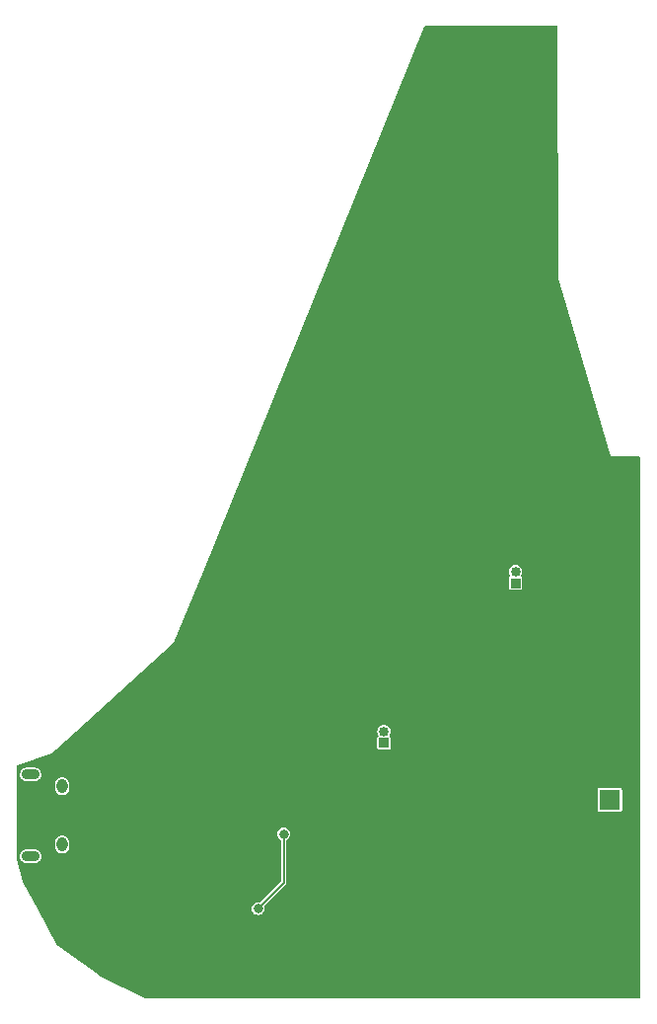
<source format=gbr>
%TF.GenerationSoftware,KiCad,Pcbnew,(6.0.8)*%
%TF.CreationDate,2022-12-11T00:01:36-05:00*%
%TF.ProjectId,Christmas Ornament 2022,43687269-7374-46d6-9173-204f726e616d,rev?*%
%TF.SameCoordinates,Original*%
%TF.FileFunction,Copper,L2,Bot*%
%TF.FilePolarity,Positive*%
%FSLAX46Y46*%
G04 Gerber Fmt 4.6, Leading zero omitted, Abs format (unit mm)*
G04 Created by KiCad (PCBNEW (6.0.8)) date 2022-12-11 00:01:36*
%MOMM*%
%LPD*%
G01*
G04 APERTURE LIST*
%TA.AperFunction,ComponentPad*%
%ADD10R,0.850000X0.850000*%
%TD*%
%TA.AperFunction,ComponentPad*%
%ADD11O,0.850000X0.850000*%
%TD*%
%TA.AperFunction,ComponentPad*%
%ADD12O,1.700000X1.700000*%
%TD*%
%TA.AperFunction,ComponentPad*%
%ADD13R,1.700000X1.700000*%
%TD*%
%TA.AperFunction,ComponentPad*%
%ADD14O,1.550000X0.890000*%
%TD*%
%TA.AperFunction,ComponentPad*%
%ADD15O,0.950000X1.250000*%
%TD*%
%TA.AperFunction,ViaPad*%
%ADD16C,0.800000*%
%TD*%
%TA.AperFunction,Conductor*%
%ADD17C,0.200000*%
%TD*%
G04 APERTURE END LIST*
D10*
%TO.P,J4,1,Pin_1*%
%TO.N,/DBG_SWCLK*%
X166300000Y-114900000D03*
D11*
%TO.P,J4,2,Pin_2*%
%TO.N,/DBG_SWD*%
X166300000Y-113900000D03*
%TO.P,J4,3,Pin_3*%
%TO.N,GND*%
X166300000Y-112900000D03*
%TD*%
D10*
%TO.P,J2,1,Pin_1*%
%TO.N,UART0_TX*%
X155000000Y-128600000D03*
D11*
%TO.P,J2,2,Pin_2*%
%TO.N,UART0_RX*%
X155000000Y-127600000D03*
%TO.P,J2,3,Pin_3*%
%TO.N,GND*%
X155000000Y-126600000D03*
%TD*%
D12*
%TO.P,J3,2,Pin_2*%
%TO.N,GND*%
X174400000Y-130935000D03*
D13*
%TO.P,J3,1,Pin_1*%
%TO.N,+BATT*%
X174400000Y-133475000D03*
%TD*%
D14*
%TO.P,J1,6,Shield*%
%TO.N,unconnected-(J1-Pad6)*%
X124685000Y-131300000D03*
D15*
X127385000Y-132300000D03*
D14*
X124685000Y-138300000D03*
D15*
X127385000Y-137300000D03*
%TD*%
D16*
%TO.N,GND*%
X166800000Y-93800000D03*
X166800000Y-91500000D03*
X166800000Y-89200000D03*
X166800000Y-86900000D03*
X166800000Y-84600000D03*
X166800000Y-82300000D03*
X166800000Y-80000000D03*
X166800000Y-77700000D03*
X166800000Y-75400000D03*
X166812500Y-73100000D03*
X166812500Y-70800000D03*
X166800000Y-68500000D03*
X153300000Y-119300000D03*
X151100000Y-117100000D03*
X151100000Y-119300000D03*
X153300000Y-117100000D03*
%TO.N,/QSPI_SS*%
X146400000Y-136400000D03*
X144200000Y-142800000D03*
%TO.N,GND*%
X163700000Y-148600000D03*
X162800000Y-147500000D03*
X174500000Y-146500000D03*
X173000000Y-146500000D03*
X174500000Y-145500000D03*
X173000000Y-145500000D03*
X162500000Y-136000000D03*
X129000000Y-135500000D03*
X129000000Y-136500000D03*
X154500000Y-111500000D03*
X148500000Y-112000000D03*
X143000000Y-115500000D03*
X142000000Y-112500000D03*
X144500000Y-110500000D03*
X150500000Y-103500000D03*
X149500000Y-105500000D03*
X164000000Y-117000000D03*
X158500000Y-116000000D03*
X157606754Y-119893246D03*
X148000000Y-130000000D03*
X151000000Y-126500000D03*
X154500000Y-124000000D03*
X143500000Y-120500000D03*
X143500000Y-121500000D03*
X142500000Y-123000000D03*
X144500000Y-149000000D03*
X132000000Y-148500000D03*
%TD*%
D17*
%TO.N,/QSPI_SS*%
X146400000Y-140600000D02*
X144200000Y-142800000D01*
X146400000Y-136400000D02*
X146400000Y-140600000D01*
%TD*%
%TA.AperFunction,Conductor*%
%TO.N,GND*%
G36*
X169859646Y-67118907D02*
G01*
X169895610Y-67168407D01*
X169900454Y-67198544D01*
X170000000Y-88800000D01*
X174500000Y-104000000D01*
X176901000Y-104000000D01*
X176959191Y-104018907D01*
X176995155Y-104068407D01*
X177000000Y-104099000D01*
X177000000Y-150401000D01*
X176981093Y-150459191D01*
X176931593Y-150495155D01*
X176901000Y-150500000D01*
X134523370Y-150500000D01*
X134479096Y-150489548D01*
X130506953Y-148503476D01*
X130493684Y-148495488D01*
X127018488Y-146013206D01*
X126989119Y-145980052D01*
X125254545Y-142800000D01*
X143654836Y-142800000D01*
X143673412Y-142941099D01*
X143727874Y-143072582D01*
X143731820Y-143077724D01*
X143731822Y-143077728D01*
X143810560Y-143180340D01*
X143814511Y-143185489D01*
X143819660Y-143189440D01*
X143922272Y-143268178D01*
X143922276Y-143268180D01*
X143927418Y-143272126D01*
X144058901Y-143326588D01*
X144200000Y-143345164D01*
X144341099Y-143326588D01*
X144472582Y-143272126D01*
X144477724Y-143268180D01*
X144477728Y-143268178D01*
X144580340Y-143189440D01*
X144585489Y-143185489D01*
X144589440Y-143180340D01*
X144668178Y-143077728D01*
X144668180Y-143077724D01*
X144672126Y-143072582D01*
X144726588Y-142941099D01*
X144745164Y-142800000D01*
X144727682Y-142667212D01*
X144738832Y-142607052D01*
X144755831Y-142584287D01*
X146563791Y-140776328D01*
X146567552Y-140772760D01*
X146591181Y-140751485D01*
X146591182Y-140751484D01*
X146598915Y-140744521D01*
X146608840Y-140722229D01*
X146616250Y-140708583D01*
X146623876Y-140696840D01*
X146623877Y-140696836D01*
X146629543Y-140688112D01*
X146631171Y-140677836D01*
X146633543Y-140671655D01*
X146634889Y-140667109D01*
X146636267Y-140660629D01*
X146640500Y-140651120D01*
X146640500Y-140626719D01*
X146641719Y-140611232D01*
X146643909Y-140597408D01*
X146643909Y-140597406D01*
X146645536Y-140587132D01*
X146642844Y-140577083D01*
X146642497Y-140570473D01*
X146640500Y-140555302D01*
X146640500Y-136945565D01*
X146659407Y-136887374D01*
X146679233Y-136867023D01*
X146780337Y-136789443D01*
X146780340Y-136789440D01*
X146785489Y-136785489D01*
X146789440Y-136780340D01*
X146868178Y-136677728D01*
X146868180Y-136677724D01*
X146872126Y-136672582D01*
X146926588Y-136541099D01*
X146945164Y-136400000D01*
X146926588Y-136258901D01*
X146872126Y-136127418D01*
X146868180Y-136122276D01*
X146868178Y-136122272D01*
X146789440Y-136019660D01*
X146785489Y-136014511D01*
X146780340Y-136010560D01*
X146677728Y-135931822D01*
X146677724Y-135931820D01*
X146672582Y-135927874D01*
X146541099Y-135873412D01*
X146400000Y-135854836D01*
X146258901Y-135873412D01*
X146127418Y-135927874D01*
X146122276Y-135931820D01*
X146122272Y-135931822D01*
X146019660Y-136010560D01*
X146014511Y-136014511D01*
X146010560Y-136019660D01*
X145931822Y-136122272D01*
X145931820Y-136122276D01*
X145927874Y-136127418D01*
X145873412Y-136258901D01*
X145854836Y-136400000D01*
X145873412Y-136541099D01*
X145927874Y-136672582D01*
X145931820Y-136677724D01*
X145931822Y-136677728D01*
X146010560Y-136780340D01*
X146014511Y-136785489D01*
X146019660Y-136789440D01*
X146019663Y-136789443D01*
X146120767Y-136867023D01*
X146155423Y-136917448D01*
X146159500Y-136945565D01*
X146159500Y-140459373D01*
X146140593Y-140517564D01*
X146130504Y-140529377D01*
X144415713Y-142244169D01*
X144361196Y-142271946D01*
X144332789Y-142272318D01*
X144200000Y-142254836D01*
X144058901Y-142273412D01*
X143927418Y-142327874D01*
X143922276Y-142331820D01*
X143922272Y-142331822D01*
X143819660Y-142410560D01*
X143814511Y-142414511D01*
X143810560Y-142419660D01*
X143731822Y-142522272D01*
X143731820Y-142522276D01*
X143727874Y-142527418D01*
X143673412Y-142658901D01*
X143654836Y-142800000D01*
X125254545Y-142800000D01*
X124006059Y-140511109D01*
X123996929Y-140487718D01*
X123502956Y-138511824D01*
X123500000Y-138487813D01*
X123500000Y-138300000D01*
X123764448Y-138300000D01*
X123784571Y-138452846D01*
X123787054Y-138458840D01*
X123841082Y-138589278D01*
X123841084Y-138589281D01*
X123843567Y-138595276D01*
X123937417Y-138717583D01*
X124059724Y-138811433D01*
X124065719Y-138813916D01*
X124065722Y-138813918D01*
X124159349Y-138852699D01*
X124202154Y-138870429D01*
X124208583Y-138871275D01*
X124208585Y-138871276D01*
X124313414Y-138885077D01*
X124316627Y-138885500D01*
X125053373Y-138885500D01*
X125056586Y-138885077D01*
X125161415Y-138871276D01*
X125161417Y-138871275D01*
X125167846Y-138870429D01*
X125210651Y-138852699D01*
X125304278Y-138813918D01*
X125304281Y-138813916D01*
X125310276Y-138811433D01*
X125432583Y-138717583D01*
X125526433Y-138595276D01*
X125528916Y-138589281D01*
X125528918Y-138589278D01*
X125582946Y-138458840D01*
X125585429Y-138452846D01*
X125605552Y-138300000D01*
X125585429Y-138147154D01*
X125567699Y-138104349D01*
X125528918Y-138010722D01*
X125528916Y-138010719D01*
X125526433Y-138004724D01*
X125432583Y-137882417D01*
X125310276Y-137788567D01*
X125304281Y-137786084D01*
X125304278Y-137786082D01*
X125200477Y-137743087D01*
X125167846Y-137729571D01*
X125161417Y-137728725D01*
X125161415Y-137728724D01*
X125056586Y-137714923D01*
X125053373Y-137714500D01*
X124316627Y-137714500D01*
X124313414Y-137714923D01*
X124208585Y-137728724D01*
X124208583Y-137728725D01*
X124202154Y-137729571D01*
X124169523Y-137743087D01*
X124065722Y-137786082D01*
X124065719Y-137786084D01*
X124059724Y-137788567D01*
X123937417Y-137882417D01*
X123843567Y-138004724D01*
X123841084Y-138010719D01*
X123841082Y-138010722D01*
X123802301Y-138104349D01*
X123784571Y-138147154D01*
X123764448Y-138300000D01*
X123500000Y-138300000D01*
X123500000Y-137488724D01*
X126769500Y-137488724D01*
X126784099Y-137604285D01*
X126841346Y-137748876D01*
X126845005Y-137753912D01*
X126892440Y-137819200D01*
X126932754Y-137874688D01*
X126937549Y-137878654D01*
X126937551Y-137878657D01*
X126985572Y-137918383D01*
X127052577Y-137973814D01*
X127058210Y-137976465D01*
X127058212Y-137976466D01*
X127118264Y-138004724D01*
X127193288Y-138040028D01*
X127346045Y-138069168D01*
X127501250Y-138059403D01*
X127569042Y-138037376D01*
X127643230Y-138013271D01*
X127643233Y-138013270D01*
X127649150Y-138011347D01*
X127654403Y-138008014D01*
X127654406Y-138008012D01*
X127753684Y-137945008D01*
X127780453Y-137928020D01*
X127784713Y-137923483D01*
X127784716Y-137923481D01*
X127882642Y-137819200D01*
X127882643Y-137819199D01*
X127886908Y-137814657D01*
X127961826Y-137678382D01*
X128000500Y-137527756D01*
X128000500Y-137111276D01*
X127985901Y-136995715D01*
X127928654Y-136851124D01*
X127880861Y-136785343D01*
X127840905Y-136730348D01*
X127840904Y-136730347D01*
X127837246Y-136725312D01*
X127832451Y-136721346D01*
X127832449Y-136721343D01*
X127773506Y-136672582D01*
X127717423Y-136626186D01*
X127711790Y-136623535D01*
X127711788Y-136623534D01*
X127633573Y-136586729D01*
X127576712Y-136559972D01*
X127423955Y-136530832D01*
X127268750Y-136540597D01*
X127227631Y-136553957D01*
X127126770Y-136586729D01*
X127126767Y-136586730D01*
X127120850Y-136588653D01*
X127115597Y-136591986D01*
X127115594Y-136591988D01*
X127065886Y-136623534D01*
X126989547Y-136671980D01*
X126985287Y-136676517D01*
X126985284Y-136676519D01*
X126887790Y-136780340D01*
X126883092Y-136785343D01*
X126808174Y-136921618D01*
X126769500Y-137072244D01*
X126769500Y-137488724D01*
X123500000Y-137488724D01*
X123500000Y-134344748D01*
X173349500Y-134344748D01*
X173361133Y-134403231D01*
X173405448Y-134469552D01*
X173471769Y-134513867D01*
X173481332Y-134515769D01*
X173481334Y-134515770D01*
X173504005Y-134520279D01*
X173530252Y-134525500D01*
X175269748Y-134525500D01*
X175295995Y-134520279D01*
X175318666Y-134515770D01*
X175318668Y-134515769D01*
X175328231Y-134513867D01*
X175394552Y-134469552D01*
X175438867Y-134403231D01*
X175450500Y-134344748D01*
X175450500Y-132605252D01*
X175438867Y-132546769D01*
X175394552Y-132480448D01*
X175328231Y-132436133D01*
X175318668Y-132434231D01*
X175318666Y-132434230D01*
X175295995Y-132429721D01*
X175269748Y-132424500D01*
X173530252Y-132424500D01*
X173504005Y-132429721D01*
X173481334Y-132434230D01*
X173481332Y-132434231D01*
X173471769Y-132436133D01*
X173405448Y-132480448D01*
X173361133Y-132546769D01*
X173349500Y-132605252D01*
X173349500Y-134344748D01*
X123500000Y-134344748D01*
X123500000Y-132488724D01*
X126769500Y-132488724D01*
X126784099Y-132604285D01*
X126841346Y-132748876D01*
X126845005Y-132753912D01*
X126892440Y-132819200D01*
X126932754Y-132874688D01*
X126937549Y-132878654D01*
X126937551Y-132878657D01*
X126985572Y-132918383D01*
X127052577Y-132973814D01*
X127058210Y-132976465D01*
X127058212Y-132976466D01*
X127122933Y-133006921D01*
X127193288Y-133040028D01*
X127346045Y-133069168D01*
X127501250Y-133059403D01*
X127569042Y-133037376D01*
X127643230Y-133013271D01*
X127643233Y-133013270D01*
X127649150Y-133011347D01*
X127654403Y-133008014D01*
X127654406Y-133008012D01*
X127714802Y-132969683D01*
X127780453Y-132928020D01*
X127784713Y-132923483D01*
X127784716Y-132923481D01*
X127882642Y-132819200D01*
X127882643Y-132819199D01*
X127886908Y-132814657D01*
X127961826Y-132678382D01*
X128000500Y-132527756D01*
X128000500Y-132111276D01*
X127985901Y-131995715D01*
X127928654Y-131851124D01*
X127880861Y-131785343D01*
X127840905Y-131730348D01*
X127840904Y-131730347D01*
X127837246Y-131725312D01*
X127832451Y-131721346D01*
X127832449Y-131721343D01*
X127778265Y-131676519D01*
X127717423Y-131626186D01*
X127711790Y-131623535D01*
X127711788Y-131623534D01*
X127633573Y-131586729D01*
X127576712Y-131559972D01*
X127423955Y-131530832D01*
X127268750Y-131540597D01*
X127262825Y-131542522D01*
X127262826Y-131542522D01*
X127126770Y-131586729D01*
X127126767Y-131586730D01*
X127120850Y-131588653D01*
X127115597Y-131591986D01*
X127115594Y-131591988D01*
X127102300Y-131600425D01*
X126989547Y-131671980D01*
X126985287Y-131676517D01*
X126985284Y-131676519D01*
X126887358Y-131780800D01*
X126883092Y-131785343D01*
X126808174Y-131921618D01*
X126769500Y-132072244D01*
X126769500Y-132488724D01*
X123500000Y-132488724D01*
X123500000Y-131300000D01*
X123764448Y-131300000D01*
X123784571Y-131452846D01*
X123787054Y-131458840D01*
X123841082Y-131589278D01*
X123841084Y-131589281D01*
X123843567Y-131595276D01*
X123937417Y-131717583D01*
X124059724Y-131811433D01*
X124065719Y-131813916D01*
X124065722Y-131813918D01*
X124143389Y-131846088D01*
X124202154Y-131870429D01*
X124208583Y-131871275D01*
X124208585Y-131871276D01*
X124313414Y-131885077D01*
X124316627Y-131885500D01*
X125053373Y-131885500D01*
X125056586Y-131885077D01*
X125161415Y-131871276D01*
X125161417Y-131871275D01*
X125167846Y-131870429D01*
X125226611Y-131846088D01*
X125304278Y-131813918D01*
X125304281Y-131813916D01*
X125310276Y-131811433D01*
X125432583Y-131717583D01*
X125526433Y-131595276D01*
X125528916Y-131589281D01*
X125528918Y-131589278D01*
X125582946Y-131458840D01*
X125585429Y-131452846D01*
X125605552Y-131300000D01*
X125585429Y-131147154D01*
X125567699Y-131104349D01*
X125528918Y-131010722D01*
X125528916Y-131010719D01*
X125526433Y-131004724D01*
X125432583Y-130882417D01*
X125310276Y-130788567D01*
X125304281Y-130786084D01*
X125304278Y-130786082D01*
X125210651Y-130747301D01*
X125167846Y-130729571D01*
X125161417Y-130728725D01*
X125161415Y-130728724D01*
X125056586Y-130714923D01*
X125053373Y-130714500D01*
X124316627Y-130714500D01*
X124313414Y-130714923D01*
X124208585Y-130728724D01*
X124208583Y-130728725D01*
X124202154Y-130729571D01*
X124159349Y-130747301D01*
X124065722Y-130786082D01*
X124065719Y-130786084D01*
X124059724Y-130788567D01*
X123937417Y-130882417D01*
X123843567Y-131004724D01*
X123841084Y-131010719D01*
X123841082Y-131010722D01*
X123802301Y-131104349D01*
X123784571Y-131147154D01*
X123764448Y-131300000D01*
X123500000Y-131300000D01*
X123500000Y-130571356D01*
X123518907Y-130513165D01*
X123567693Y-130477436D01*
X125028974Y-129990342D01*
X126500000Y-129500000D01*
X126869712Y-129165499D01*
X128600000Y-127600000D01*
X154429620Y-127600000D01*
X154449055Y-127747625D01*
X154506036Y-127885190D01*
X154509985Y-127890337D01*
X154509986Y-127890338D01*
X154526356Y-127911672D01*
X154546779Y-127969348D01*
X154529401Y-128028013D01*
X154502816Y-128054253D01*
X154473705Y-128073705D01*
X154442651Y-128120179D01*
X154434500Y-128161159D01*
X154434501Y-129038840D01*
X154442651Y-129079821D01*
X154473705Y-129126295D01*
X154520179Y-129157349D01*
X154529741Y-129159251D01*
X154549701Y-129163221D01*
X154561159Y-129165500D01*
X154999909Y-129165500D01*
X155438840Y-129165499D01*
X155461626Y-129160968D01*
X155470258Y-129159251D01*
X155470259Y-129159251D01*
X155479821Y-129157349D01*
X155526295Y-129126295D01*
X155557349Y-129079821D01*
X155565500Y-129038841D01*
X155565499Y-128161160D01*
X155557349Y-128120179D01*
X155526295Y-128073705D01*
X155497184Y-128054253D01*
X155459306Y-128006202D01*
X155456904Y-127945064D01*
X155473644Y-127911672D01*
X155490014Y-127890338D01*
X155490015Y-127890337D01*
X155493964Y-127885190D01*
X155550945Y-127747625D01*
X155570380Y-127600000D01*
X155550945Y-127452375D01*
X155493964Y-127314810D01*
X155403320Y-127196680D01*
X155285190Y-127106036D01*
X155147625Y-127049055D01*
X155141197Y-127048209D01*
X155141194Y-127048208D01*
X155006434Y-127030467D01*
X155000000Y-127029620D01*
X154993566Y-127030467D01*
X154858806Y-127048208D01*
X154858803Y-127048209D01*
X154852375Y-127049055D01*
X154714810Y-127106036D01*
X154596680Y-127196680D01*
X154506036Y-127314810D01*
X154449055Y-127452375D01*
X154429620Y-127600000D01*
X128600000Y-127600000D01*
X136991719Y-120007493D01*
X136991720Y-120007491D01*
X137000000Y-120000000D01*
X139479206Y-113900000D01*
X165729620Y-113900000D01*
X165749055Y-114047625D01*
X165806036Y-114185190D01*
X165809985Y-114190337D01*
X165809986Y-114190338D01*
X165826356Y-114211672D01*
X165846779Y-114269348D01*
X165829401Y-114328013D01*
X165802816Y-114354253D01*
X165773705Y-114373705D01*
X165742651Y-114420179D01*
X165734500Y-114461159D01*
X165734501Y-115338840D01*
X165742651Y-115379821D01*
X165773705Y-115426295D01*
X165820179Y-115457349D01*
X165829741Y-115459251D01*
X165849701Y-115463221D01*
X165861159Y-115465500D01*
X166299909Y-115465500D01*
X166738840Y-115465499D01*
X166761626Y-115460968D01*
X166770258Y-115459251D01*
X166770259Y-115459251D01*
X166779821Y-115457349D01*
X166826295Y-115426295D01*
X166857349Y-115379821D01*
X166865500Y-115338841D01*
X166865499Y-114461160D01*
X166857349Y-114420179D01*
X166826295Y-114373705D01*
X166797184Y-114354253D01*
X166759306Y-114306202D01*
X166756904Y-114245064D01*
X166773644Y-114211672D01*
X166790014Y-114190338D01*
X166790015Y-114190337D01*
X166793964Y-114185190D01*
X166850945Y-114047625D01*
X166870380Y-113900000D01*
X166850945Y-113752375D01*
X166793964Y-113614810D01*
X166703320Y-113496680D01*
X166585190Y-113406036D01*
X166447625Y-113349055D01*
X166441197Y-113348209D01*
X166441194Y-113348208D01*
X166306434Y-113330467D01*
X166300000Y-113329620D01*
X166293566Y-113330467D01*
X166158806Y-113348208D01*
X166158803Y-113348209D01*
X166152375Y-113349055D01*
X166014810Y-113406036D01*
X165896680Y-113496680D01*
X165806036Y-113614810D01*
X165749055Y-113752375D01*
X165729620Y-113900000D01*
X139479206Y-113900000D01*
X158474914Y-67161724D01*
X158514339Y-67114935D01*
X158566628Y-67100000D01*
X169801455Y-67100000D01*
X169859646Y-67118907D01*
G37*
%TD.AperFunction*%
%TD*%
M02*

</source>
